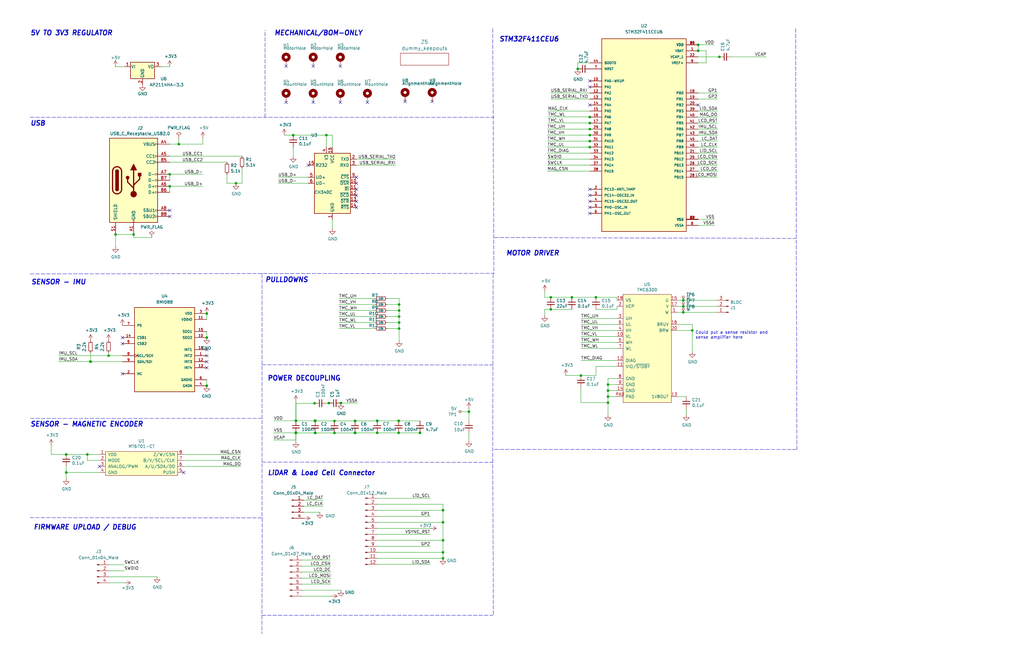
<source format=kicad_sch>
(kicad_sch (version 20211123) (generator eeschema)
  (paper "B")
  (title_block (title "SmartKnob View") (rev "${RELEASE_VERSION}") (company "Scott Bezek") (comment 2 "${COMMIT_DATE_LONG}") (comment 3 "${COMMIT_HASH}"))
  (junction (at 186.8142 220.4033))
  (junction (at 36.83 191.77))
  (junction (at 99.5261 77.3577))
  (junction (at 87.1988 142.4709))
  (junction (at 232.2531 125.4635))
  (junction (at 87.1988 162.7909))
  (junction (at 241.1431 125.4635))
  (junction (at 168.2911 138.6599))
  (junction (at 123.6561 57.0377))
  (junction (at 138.6729 170.1069))
  (junction (at 149.7282 177.6005))
  (junction (at 177.1131 182.6769))
  (junction (at 256.3831 167.3735))
  (junction (at 288.1331 129.2735))
  (junction (at 124.779 182.6805))
  (junction (at 168.2911 133.5799))
  (junction (at 159.0582 177.6005))
  (junction (at 232.2531 130.5435))
  (junction (at 294.422 21.44))
  (junction (at 124.8157 177.5414))
  (junction (at 149.7282 177.6301))
  (junction (at 251.3031 125.4635))
  (junction (at 168.0931 177.5709))
  (junction (at 132.8246 177.6301))
  (junction (at 27.94 191.77))
  (junction (at 248.702 51.9353))
  (junction (at 124.779 182.6214))
  (junction (at 243.622 29.0753))
  (junction (at 248.702 59.5553))
  (junction (at 149.7282 182.6805))
  (junction (at 56.3461 98.9477))
  (junction (at 71.5861 78.6277))
  (junction (at 132.8986 177.5414))
  (junction (at 248.702 54.4753))
  (junction (at 248.702 57.0153))
  (junction (at 291.9431 139.4335))
  (junction (at 294.422 18.9153))
  (junction (at 256.3831 169.9135))
  (junction (at 45.789 150.0909))
  (junction (at 303.3507 24.0069))
  (junction (at 248.702 49.3953))
  (junction (at 186.8142 228.0233))
  (junction (at 132.8986 177.6005))
  (junction (at 149.7282 182.7101))
  (junction (at 159.0582 182.6509))
  (junction (at 132.8986 182.7101))
  (junction (at 124.768 182.6214))
  (junction (at 168.2911 128.4999))
  (junction (at 256.3831 164.8335))
  (junction (at 248.702 62.0953))
  (junction (at 197.7415 173.7193))
  (junction (at 38.1793 152.6309))
  (junction (at 186.8142 233.1033))
  (junction (at 71.5861 73.5477))
  (junction (at 149.7282 182.6509))
  (junction (at 143.7529 170.1069))
  (junction (at 186.8142 235.6433))
  (junction (at 141.0403 182.7101))
  (junction (at 186.8142 215.3233))
  (junction (at 168.0931 177.5969))
  (junction (at 87.1988 132.3109))
  (junction (at 244.9531 158.4835))
  (junction (at 124.779 177.5414))
  (junction (at 132.6391 170.166))
  (junction (at 168.0931 182.6509))
  (junction (at 288.1331 131.8135))
  (junction (at 168.2911 131.0399))
  (junction (at 27.94 199.39))
  (junction (at 288.1331 126.7335))
  (junction (at 159.0582 177.5709))
  (junction (at 137.6261 57.0377))
  (junction (at 38.1793 152.5934))
  (junction (at 141.0403 177.6301))
  (junction (at 132.8246 177.5414))
  (junction (at 132.8986 182.6805))
  (junction (at 75.3961 60.8477))
  (junction (at 256.3831 162.2935))
  (junction (at 168.2911 136.1199))
  (junction (at 48.7261 98.9477))
  (no_connect (at 132.08 43.18))
  (no_connect (at 150.3261 77.3577))
  (no_connect (at 150.3261 74.8177))
  (no_connect (at 294.422 44.3153))
  (no_connect (at 132.08 27.94))
  (no_connect (at 248.702 79.8753))
  (no_connect (at 150.3261 87.5177))
  (no_connect (at 150.3261 84.9777))
  (no_connect (at 150.3261 79.8977))
  (no_connect (at 87.1988 155.1709))
  (no_connect (at 87.1988 150.0909))
  (no_connect (at 87.1988 147.5509))
  (no_connect (at 87.1988 152.6309))
  (no_connect (at 248.702 36.6953))
  (no_connect (at 248.702 44.3153))
  (no_connect (at 248.702 34.1553))
  (no_connect (at 120.65 27.94))
  (no_connect (at 130.0061 69.7377))
  (no_connect (at 71.5861 91.3277))
  (no_connect (at 51.6388 142.4709))
  (no_connect (at 51.6388 157.7109))
  (no_connect (at 51.6388 145.0109))
  (no_connect (at 77.47 199.39))
  (no_connect (at 120.65 43.18))
  (no_connect (at 170.8167 42.8412))
  (no_connect (at 154.94 43.18))
  (no_connect (at 143.51 43.18))
  (no_connect (at 248.702 84.9553))
  (no_connect (at 248.702 87.4953))
  (no_connect (at 248.702 90.0353))
  (no_connect (at 71.5861 88.7877))
  (no_connect (at 182.2467 42.8412))
  (no_connect (at 150.3261 82.4377))
  (no_connect (at 143.51 27.94))
  (no_connect (at 41.91 196.85))
  (no_connect (at 248.702 82.4153))
  (wire (pts (xy 87.1988 160.2509) (xy 87.1988 162.7909)))
  (wire (pts (xy 243.622 26.5353) (xy 243.622 29.0753)))
  (wire (pts (xy 51.6388 150.0909) (xy 45.789 150.0909)))
  (wire (pts (xy 229.7131 125.4635) (xy 232.2531 125.4635)))
  (wire (pts (xy 140.1661 62.1177) (xy 140.1661 57.0377)))
  (wire (pts (xy 159.143 228.0299) (xy 186.8142 228.0233)))
  (wire (pts (xy 71.5861 68.4677) (xy 95.7161 68.4677)))
  (polyline (pts (xy 335.5068 12.0778) (xy 336.0552 189.7032)))
  (wire (pts (xy 168.2911 125.9599) (xy 168.2911 128.4999)))
  (wire (pts (xy 168.2911 138.6599) (xy 168.2911 143.7399)))
  (wire (pts (xy 141.0403 177.6301) (xy 149.7282 177.6301)))
  (wire (pts (xy 294.422 59.5553) (xy 302.58 59.5553)))
  (wire (pts (xy 36.83 194.31) (xy 36.83 191.77)))
  (wire (pts (xy 149.7282 177.6005) (xy 159.0582 177.6005)))
  (wire (pts (xy 285.5931 139.4335) (xy 291.9431 139.4335)))
  (wire (pts (xy 260.1931 167.3735) (xy 256.3831 167.3735)))
  (wire (pts (xy 159.143 220.4099) (xy 186.8142 220.4033)))
  (wire (pts (xy 294.422 18.9153) (xy 301.07 18.9153)))
  (polyline (pts (xy 208.0161 259.386) (xy 207.8044 195.0932)))
  (wire (pts (xy 123.6561 62.1177) (xy 123.6561 65.9277)))
  (wire (pts (xy 138.6729 170.166) (xy 138.6729 170.1069)))
  (polyline (pts (xy 207.7745 12.0684) (xy 208.28 115.57)))
  (polyline (pts (xy 12.7 218.44) (xy 110.557 218.5412)))
  (wire (pts (xy 38.1793 152.6309) (xy 38.1793 152.5934)))
  (wire (pts (xy 294.422 95.1153) (xy 301.2838 95.1153)))
  (wire (pts (xy 308.4307 24.0069) (xy 323.1854 24.0069)))
  (wire (pts (xy 128.1434 211.0746) (xy 136.3014 211.0746)))
  (wire (pts (xy 56.3461 98.9477) (xy 56.3461 100.2177)))
  (wire (pts (xy 124.779 182.6805) (xy 124.779 182.6214)))
  (wire (pts (xy 294.422 92.5753) (xy 301.3133 92.5753)))
  (wire (pts (xy 260.1931 147.0535) (xy 244.9531 147.0535)))
  (wire (pts (xy 87.1988 132.3109) (xy 87.1988 134.8509)))
  (wire (pts (xy 71.5861 65.9277) (xy 102.0661 65.9277)))
  (wire (pts (xy 248.702 51.9353) (xy 248.702 51.8741)))
  (wire (pts (xy 186.8142 215.3233) (xy 186.8142 220.4033)))
  (wire (pts (xy 238.6031 158.4835) (xy 244.9531 158.4835)))
  (wire (pts (xy 285.5931 167.3735) (xy 289.4031 167.3735)))
  (wire (pts (xy 230.8246 54.4569) (xy 248.702 54.4569)))
  (wire (pts (xy 27.94 199.39) (xy 27.94 201.93)))
  (wire (pts (xy 232.2531 125.4635) (xy 241.1431 125.4635)))
  (wire (pts (xy 99.5261 77.3577) (xy 102.0661 77.3577)))
  (wire (pts (xy 288.1331 126.7335) (xy 302.1031 126.7335)))
  (wire (pts (xy 246.0777 64.6124) (xy 248.702 64.6353)))
  (wire (pts (xy 130.0061 74.8177) (xy 117.3061 74.8177)))
  (wire (pts (xy 77.47 194.31) (xy 101.6 194.31)))
  (wire (pts (xy 291.9431 139.4335) (xy 291.9431 148.3235)))
  (wire (pts (xy 186.8142 212.7833) (xy 186.8142 215.3233)))
  (wire (pts (xy 115.4317 177.5414) (xy 124.779 177.5414)))
  (wire (pts (xy 159.143 215.3299) (xy 186.8142 215.3233)))
  (wire (pts (xy 294.422 46.8553) (xy 302.5357 46.8553)))
  (wire (pts (xy 132.8246 177.6301) (xy 132.8246 177.5414)))
  (wire (pts (xy 248.702 39.2353) (xy 232.192 39.2353)))
  (wire (pts (xy 294.422 62.0953) (xy 302.58 62.0953)))
  (wire (pts (xy 260.1931 141.9735) (xy 244.9531 141.9735)))
  (wire (pts (xy 131.4571 246.493) (xy 127.3639 246.5038)))
  (wire (pts (xy 294.422 51.9353) (xy 302.5669 51.9353)))
  (wire (pts (xy 124.768 182.6214) (xy 124.768 185.7193)))
  (wire (pts (xy 256.3831 159.7535) (xy 260.1931 159.7535)))
  (wire (pts (xy 229.7131 130.5435) (xy 232.2531 130.5435)))
  (wire (pts (xy 294.422 39.2353) (xy 302.5357 39.2353)))
  (wire (pts (xy 230.8246 67.1753) (xy 248.702 67.1753)))
  (wire (pts (xy 140.1661 57.0377) (xy 137.6261 57.0377)))
  (wire (pts (xy 256.3831 164.8335) (xy 256.3831 162.2935)))
  (wire (pts (xy 143.7529 170.1069) (xy 150.7364 170.1069)))
  (wire (pts (xy 256.3831 167.3735) (xy 256.3831 164.8335)))
  (wire (pts (xy 141.0403 182.7101) (xy 149.7282 182.7101)))
  (wire (pts (xy 159.143 210.2499) (xy 181.391 210.2499)))
  (wire (pts (xy 230.8246 69.7153) (xy 248.702 69.7153)))
  (wire (pts (xy 197.7415 173.7193) (xy 197.7415 177.5293)))
  (wire (pts (xy 260.1931 134.3535) (xy 244.9531 134.3535)))
  (wire (pts (xy 294.422 21.44) (xy 294.422 21.4553)))
  (wire (pts (xy 159.0582 177.5709) (xy 168.0931 177.5709)))
  (wire (pts (xy 251.3031 158.4835) (xy 251.3031 154.6735)))
  (wire (pts (xy 168.2911 128.4999) (xy 168.2911 131.0399)))
  (wire (pts (xy 163.2111 131.0399) (xy 168.2911 131.0399)))
  (wire (pts (xy 128.1434 216.1546) (xy 134.8919 216.1546)))
  (wire (pts (xy 131.4571 243.9846) (xy 127.3639 243.9638)))
  (wire (pts (xy 248.702 26.5353) (xy 243.622 26.5353)))
  (wire (pts (xy 177.1131 177.5969) (xy 168.0931 177.5969)))
  (wire (pts (xy 124.8157 177.5414) (xy 132.8246 177.5414)))
  (wire (pts (xy 77.47 196.85) (xy 101.6 196.85)))
  (wire (pts (xy 124.779 169.5142) (xy 124.779 177.5414)))
  (wire (pts (xy 124.8157 177.5414) (xy 124.8157 170.2005)))
  (wire (pts (xy 297.7484 26.5353) (xy 297.7484 21.44)))
  (wire (pts (xy 115.3345 185.7193) (xy 124.768 185.7193)))
  (wire (pts (xy 168.2911 136.1199) (xy 168.2911 138.6599)))
  (wire (pts (xy 159.143 230.5699) (xy 181.391 230.5699)))
  (wire (pts (xy 251.3031 125.4635) (xy 241.1431 125.4635)))
  (wire (pts (xy 87.1988 139.9309) (xy 87.1988 142.4709)))
  (wire (pts (xy 158.1311 138.6599) (xy 142.8911 138.6599)))
  (wire (pts (xy 294.422 57.0153) (xy 302.58 57.0153)))
  (wire (pts (xy 186.8142 233.1033) (xy 186.8142 235.6433)))
  (wire (pts (xy 297.7484 21.44) (xy 294.422 21.44)))
  (wire (pts (xy 256.3831 169.9135) (xy 256.3831 167.3735)))
  (wire (pts (xy 132.8986 182.7101) (xy 132.8986 182.6805)))
  (wire (pts (xy 288.1331 131.8135) (xy 285.5931 131.8135)))
  (wire (pts (xy 132.6391 170.2005) (xy 132.6391 170.166)))
  (wire (pts (xy 132.8986 182.6805) (xy 124.779 182.6805)))
  (wire (pts (xy 294.422 26.5353) (xy 297.7484 26.5353)))
  (wire (pts (xy 71.5861 78.6277) (xy 85.5561 78.6277)))
  (wire (pts (xy 45.789 150.0909) (xy 24.7148 150.0909)))
  (wire (pts (xy 244.9531 163.5635) (xy 244.9531 169.9135)))
  (wire (pts (xy 95.7161 73.5477) (xy 95.7161 77.3577)))
  (wire (pts (xy 56.3461 98.9477) (xy 48.7261 98.9477)))
  (wire (pts (xy 260.1931 162.2935) (xy 256.3831 162.2935)))
  (wire (pts (xy 229.7131 122.9235) (xy 229.7131 125.4635)))
  (polyline (pts (xy 110.49 176.53) (xy 12.7 176.53)))
  (wire (pts (xy 158.1311 133.5799) (xy 142.8911 133.5799)))
  (wire (pts (xy 159.143 212.7899) (xy 186.8142 212.7833)))
  (wire (pts (xy 127.3639 249.0438) (xy 143.7863 249.0438)))
  (wire (pts (xy 168.2911 128.4999) (xy 163.2111 128.4999)))
  (wire (pts (xy 246.0777 64.6124) (xy 230.8377 64.6124)))
  (wire (pts (xy 141.0403 177.6301) (xy 132.8246 177.6301)))
  (wire (pts (xy 285.5931 136.8935) (xy 291.9431 136.8935)))
  (wire (pts (xy 244.9531 169.9135) (xy 256.3831 169.9135)))
  (wire (pts (xy 260.1931 125.4635) (xy 251.3031 125.4635)))
  (wire (pts (xy 248.702 54.4569) (xy 248.702 54.4753)))
  (wire (pts (xy 256.3831 162.2935) (xy 256.3831 159.7535)))
  (wire (pts (xy 288.1331 125.4635) (xy 288.1331 126.7335)))
  (wire (pts (xy 230.8246 62.0769) (xy 248.702 62.0769)))
  (polyline (pts (xy 12.7 115.57) (xy 208.1611 115.3504)))
  (wire (pts (xy 163.2111 136.1199) (xy 168.2911 136.1199)))
  (wire (pts (xy 186.8142 228.0233) (xy 186.8142 233.1033)))
  (wire (pts (xy 41.91 194.31) (xy 36.83 194.31)))
  (wire (pts (xy 168.2911 131.0399) (xy 168.2911 133.5799)))
  (wire (pts (xy 48.7261 98.9477) (xy 48.7261 104.0277)))
  (wire (pts (xy 289.4031 172.4535) (xy 289.4031 174.9935)))
  (wire (pts (xy 248.702 59.5369) (xy 248.702 59.5553)))
  (wire (pts (xy 139.4921 236.3438) (xy 127.3639 236.3438)))
  (wire (pts (xy 294.422 23.9953) (xy 303.3507 23.9953)))
  (polyline (pts (xy 12.7 49.53) (xy 208.3084 49.5266)))
  (wire (pts (xy 260.1931 130.5435) (xy 260.1931 129.2735)))
  (wire (pts (xy 38.1793 152.5934) (xy 38.1793 148.8441)))
  (wire (pts (xy 124.768 182.6214) (xy 124.779 182.6214)))
  (wire (pts (xy 256.3831 164.8335) (xy 260.1931 164.8335)))
  (wire (pts (xy 231.0461 46.8553) (xy 248.702 46.8553)))
  (wire (pts (xy 260.1931 126.7335) (xy 260.1931 125.4635)))
  (wire (pts (xy 260.1931 154.6735) (xy 251.3031 154.6735)))
  (wire (pts (xy 140.1661 96.4077) (xy 140.1661 92.5977)))
  (wire (pts (xy 288.1331 128.0035) (xy 288.1331 129.2735)))
  (wire (pts (xy 56.3461 100.2177) (xy 63.9661 100.2177)))
  (wire (pts (xy 124.8157 170.2005) (xy 132.6391 170.2005)))
  (wire (pts (xy 248.702 49.3341) (xy 248.702 49.3953)))
  (wire (pts (xy 285.5931 129.2735) (xy 288.1331 129.2735)))
  (wire (pts (xy 294.422 74.7953) (xy 302.5357 74.7953)))
  (wire (pts (xy 137.7191 170.166) (xy 138.6729 170.166)))
  (wire (pts (xy 141.0403 182.7101) (xy 132.8986 182.7101)))
  (wire (pts (xy 137.6261 57.0377) (xy 137.6261 62.1177)))
  (wire (pts (xy 159.143 217.8699) (xy 181.391 217.8699)))
  (wire (pts (xy 197.7415 186.0482) (xy 197.7415 182.6093)))
  (wire (pts (xy 139.4921 241.4238) (xy 127.3639 241.4238)))
  (wire (pts (xy 117.3061 77.3577) (xy 130.0061 77.3577)))
  (wire (pts (xy 294.422 41.7753) (xy 302.5357 41.7753)))
  (wire (pts (xy 27.94 199.39) (xy 41.91 199.39)))
  (wire (pts (xy 159.0582 182.6509) (xy 149.7282 182.6509)))
  (polyline (pts (xy 110.404 259.633) (xy 207.8236 259.6682)))
  (wire (pts (xy 285.5931 126.7335) (xy 288.1331 126.7335)))
  (wire (pts (xy 294.422 69.7153) (xy 302.5357 69.7153)))
  (wire (pts (xy 260.1931 144.5135) (xy 244.9531 144.5135)))
  (wire (pts (xy 303.3507 23.9953) (xy 303.3507 24.0069)))
  (wire (pts (xy 71.5861 78.6277) (xy 71.5861 81.1677)))
  (wire (pts (xy 260.1931 152.1335) (xy 244.9531 152.1335)))
  (polyline (pts (xy 110.49 195.013) (xy 207.8044 195.0932)))
  (wire (pts (xy 158.1311 125.9599) (xy 142.8911 125.9599)))
  (wire (pts (xy 294.422 49.3953) (xy 302.5357 49.3953)))
  (wire (pts (xy 159.143 225.4899) (xy 181.391 225.4899)))
  (wire (pts (xy 123.6561 57.0377) (xy 137.6261 57.0377)))
  (wire (pts (xy 159.143 222.9499) (xy 181.391 222.9499)))
  (polyline (pts (xy 208.5022 100.2418) (xy 335.5737 100.6163)))
  (wire (pts (xy 291.9431 136.8935) (xy 291.9431 139.4335)))
  (wire (pts (xy 95.7161 77.3577) (xy 99.5261 77.3577)))
  (wire (pts (xy 248.702 41.7753) (xy 232.192 41.7753)))
  (wire (pts (xy 45.789 150.0909) (xy 45.789 148.7966)))
  (wire (pts (xy 159.143 233.1099) (xy 186.8142 233.1033)))
  (wire (pts (xy 229.7131 130.5435) (xy 229.7131 133.0835)))
  (wire (pts (xy 231.0461 49.3341) (xy 248.702 49.3341)))
  (wire (pts (xy 124.779 186.3198) (xy 124.779 182.6805)))
  (wire (pts (xy 51.6388 152.6309) (xy 38.1793 152.6309)))
  (wire (pts (xy 230.8246 59.5369) (xy 248.702 59.5369)))
  (wire (pts (xy 149.7282 177.6301) (xy 149.7282 177.6005)))
  (wire (pts (xy 127.3639 251.5838) (xy 139.6335 251.5838)))
  (wire (pts (xy 159.143 235.6499) (xy 186.8142 235.6433)))
  (polyline (pts (xy 208.5022 189.6497) (xy 335.8144 189.7032)))
  (wire (pts (xy 75.3961 60.8477) (xy 85.5561 60.8477)))
  (wire (pts (xy 46.0328 243.3975) (xy 66.2368 243.3975)))
  (wire (pts (xy 115.3943 182.6214) (xy 124.768 182.6214)))
  (wire (pts (xy 71.5861 73.5477) (xy 85.5561 73.5477)))
  (wire (pts (xy 149.7282 182.7101) (xy 149.7282 182.6805)))
  (wire (pts (xy 24.6791 152.5934) (xy 38.1793 152.5934)))
  (wire (pts (xy 197.7415 172.4493) (xy 197.7415 173.7193)))
  (wire (pts (xy 168.0931 177.5969) (xy 168.0931 177.5709)))
  (wire (pts (xy 67.734 28.1484) (xy 71.544 28.1484)))
  (wire (pts (xy 46.0328 238.3175) (xy 52.3759 238.3175)))
  (wire (pts (xy 27.94 191.77) (xy 21.59 191.77)))
  (polyline (pts (xy 110.49 153.9079) (xy 207.8044 153.9881)))
  (wire (pts (xy 158.1311 128.4999) (xy 142.8911 128.4999)))
  (wire (pts (xy 127.3639 238.902) (xy 127.3639 238.8838)))
  (wire (pts (xy 124.779 177.5414) (xy 124.8157 177.5414)))
  (wire (pts (xy 231.0461 51.8741) (xy 248.702 51.8741)))
  (wire (pts (xy 158.1311 136.1199) (xy 142.8911 136.1199)))
  (wire (pts (xy 149.7282 182.6509) (xy 149.7282 182.6805)))
  (wire (pts (xy 294.422 18.9153) (xy 294.422 21.44)))
  (wire (pts (xy 244.9531 158.4835) (xy 251.3031 158.4835)))
  (wire (pts (xy 36.83 191.77) (xy 41.91 191.77)))
  (wire (pts (xy 260.1931 136.8935) (xy 244.9531 136.8935)))
  (polyline (pts (xy 110.557 218.5412) (xy 110.4505 267.4062)))
  (wire (pts (xy 294.422 54.4753) (xy 302.5357 54.4753)))
  (wire (pts (xy 241.1431 130.5435) (xy 232.2531 130.5435)))
  (wire (pts (xy 230.8246 72.2553) (xy 248.702 72.2553)))
  (wire (pts (xy 71.5861 60.8477) (xy 75.3961 60.8477)))
  (wire (pts (xy 131.4571 243.9846) (xy 139.5708 243.9846)))
  (wire (pts (xy 248.702 56.9969) (xy 248.702 57.0153)))
  (wire (pts (xy 163.2111 133.5799) (xy 168.2911 133.5799)))
  (wire (pts (xy 75.3961 58.3077) (xy 75.3961 60.8477)))
  (wire (pts (xy 128.1434 213.6146) (xy 136.3014 213.6146)))
  (polyline (pts (xy 111.76 49.53) (xy 111.76 12.7)))
  (wire (pts (xy 71.5861 73.5477) (xy 71.5861 76.0877)))
  (wire (pts (xy 132.8246 177.5414) (xy 132.8986 177.5414)))
  (wire (pts (xy 163.2111 138.6599) (xy 168.2911 138.6599)))
  (wire (pts (xy 27.94 196.85) (xy 27.94 199.39)))
  (polyline (pts (xy 110.49 115.57) (xy 110.49 218.44)))
  (wire (pts (xy 256.3831 174.9935) (xy 256.3831 169.9135)))
  (wire (pts (xy 48.684 28.1484) (xy 52.494 28.1484)))
  (wire (pts (xy 85.5561 58.3077) (xy 85.5561 60.8477)))
  (wire (pts (xy 248.702 62.0769) (xy 248.702 62.0953)))
  (wire (pts (xy 159.0582 177.5709) (xy 159.0582 177.6005)))
  (wire (pts (xy 132.8986 177.5414) (xy 132.8986 177.6005)))
  (wire (pts (xy 288.1331 131.8135) (xy 302.1031 131.8135)))
  (wire (pts (xy 186.8142 220.4033) (xy 186.8142 228.0233)))
  (wire (pts (xy 36.83 191.77) (xy 27.94 191.77)))
  (wire (pts (xy 163.2111 125.9599) (xy 168.2911 125.9599)))
  (wire (pts (xy 131.4571 246.493) (xy 139.5708 246.493)))
  (wire (pts (xy 294.422 67.1753) (xy 302.5357 67.1753)))
  (wire (pts (xy 193.9315 173.7193) (xy 197.7415 173.7193)))
  (wire (pts (xy 177.1131 182.6509) (xy 177.1131 182.6769)))
  (wire (pts (xy 46.0328 245.9375) (xy 52.457 245.9375)))
  (wire (pts (xy 288.1331 129.2735) (xy 302.1031 129.2735)))
  (wire (pts (xy 230.8246 56.9969) (xy 248.702 56.9969)))
  (wire (pts (xy 159.0582 182.6509) (xy 168.0931 182.6509)))
  (wire (pts (xy 119.8461 57.0377) (xy 123.6561 57.0377)))
  (wire (pts (xy 102.0661 77.3577) (xy 102.0661 71.0077)))
  (wire (pts (xy 150.3261 67.1977) (xy 166.8361 67.1977)))
  (wire (pts (xy 46.0328 240.8575) (xy 52.4165 240.8575)))
  (wire (pts (xy 260.1931 139.4335) (xy 244.9531 139.4335)))
  (wire (pts (xy 251.3031 130.5435) (xy 260.1931 130.5435)))
  (wire (pts (xy 294.422 72.2553) (xy 302.5357 72.2553)))
  (wire (pts (xy 127.3639 238.902) (xy 139.445 238.902)))
  (wire (pts (xy 21.59 191.77) (xy 21.59 187.96)))
  (polyline (pts (xy 207.8044 195.0932) (xy 207.9206 115.6254)))
  (wire (pts (xy 168.0931 182.6509) (xy 177.1131 182.6509)))
  (wire (pts (xy 158.1311 131.0399) (xy 142.8911 131.0399)))
  (wire (pts (xy 168.2911 133.5799) (xy 168.2911 136.1199)))
  (wire (pts (xy 159.143 238.1899) (xy 181.3627 238.1899)))
  (wire (pts (xy 150.3261 69.7377) (xy 166.8361 69.7377)))
  (wire (pts (xy 288.1331 130.5435) (xy 288.1331 131.8135)))
  (wire (pts (xy 77.47 191.77) (xy 101.6 191.77)))
  (wire (pts (xy 294.422 64.6353) (xy 302.5357 64.6353)))
  (text "5V TO 3V3 REGULATOR" (at 12.7 15.24 0) (effects (font (size 2.0066 2.0066) (thickness 0.4013) bold italic) (justify left bottom)))
  (text "Could put a sense resistor and\nsense amplifier here" (at 293.2131 143.2435 0) (effects (font (size 1.27 1.27)) (justify left bottom)))
  (text "STM32F411CEU6\n" (at 210.4274 17.8523 0) (effects (font (size 2.0066 2.0066) (thickness 0.4013) bold italic) (justify left bottom)))
  (text "SENSOR - MAGNETIC ENCODER" (at 12.7 180.34 0) (effects (font (size 2.0066 2.0066) (thickness 0.4013) bold italic) (justify left bottom)))
  (text "MOTOR DRIVER" (at 213.3133 108.1472 0) (effects (font (size 2.0066 2.0066) (thickness 0.4013) bold italic) (justify left bottom)))
  (text "MECHANICAL/BOM-ONLY" (at 115.57 15.24 0) (effects (font (size 2.0066 2.0066) (thickness 0.4013) bold italic) (justify left bottom)))
  (text "POWER DECOUPLING" (at 112.7591 160.9331 0) (effects (font (size 2.0066 2.0066) (thickness 0.4013) bold) (justify left bottom)))
  (text "LiDAR & Load Cell Connector\n" (at 112.7953 200.8819 0) (effects (font (size 2.0066 2.0066) (thickness 0.4013) bold italic) (justify left bottom)))
  (text "USB" (at 12.7 53.34 0) (effects (font (size 2.0066 2.0066) (thickness 0.4013) bold italic) (justify left bottom)))
  (text "SENSOR - IMU" (at 13.0774 120.3433 0) (effects (font (size 2.0066 2.0066) (thickness 0.4013) bold italic) (justify left bottom)))
  (text "PULLDOWNS" (at 111.76 119.38 0) (effects (font (size 2.0066 2.0066) (thickness 0.4013) bold italic) (justify left bottom)))
  (text "FIRMWARE UPLOAD / DEBUG" (at 14.0623 223.8131 0) (effects (font (size 2.0066 2.0066) (thickness 0.4013) bold italic) (justify left bottom)))
  (label "SWDIO" (at 52.4165 240.8575 0))
  (label "MAG_CSN" (at 101.6 191.77 180))
  (label "TMC_VL" (at 142.8911 138.6599 0))
  (label "LCD_MOSI" (at 139.5708 243.9846 180))
  (label "VSYNC_RST" (at 181.391 225.4899 180))
  (label "LiD_SCL" (at 302.5357 64.6353 180))
  (label "TMC_WH" (at 230.8246 59.5369 0))
  (label "GP1" (at 302.5357 39.2353 180))
  (label "LCD_DC" (at 302.5357 72.2553 180))
  (label "LCD_CSN" (at 139.445 238.902 180))
  (label "GP2" (at 181.391 230.5699 180))
  (label "LiD_SCL" (at 181.391 210.2499 180))
  (label "VDD" (at 115.4317 177.5414 0))
  (label "TMC_UL" (at 244.9531 136.8935 0))
  (label "VSS" (at 115.3943 182.6214 0))
  (label "IMU_SCL" (at 24.7148 150.0909 0))
  (label "LiD_SDA" (at 181.3627 238.1899 180))
  (label "LC_CLK" (at 136.3014 213.6146 180))
  (label "GP2" (at 302.5357 41.7753 180))
  (label "IMU_SDA" (at 302.58 57.0153 180))
  (label "LCD_SCK" (at 139.5708 246.493 180))
  (label "TMC_DIAG" (at 244.9531 152.1335 0))
  (label "VDD" (at 301.07 18.9153 180))
  (label "TMC_VL" (at 231.0461 51.8741 0))
  (label "MAG_CLK" (at 231.0461 46.8553 0))
  (label "VSS" (at 301.3133 92.5753 180))
  (label "USB_CC2" (at 85.5561 68.4677 180))
  (label "IMU_SCL" (at 302.5357 54.4753 180))
  (label "USB_D-" (at 85.5561 73.5477 180))
  (label "LCD_RST" (at 139.4921 236.3438 180))
  (label "TMC_VH" (at 142.8911 128.4999 0))
  (label "USB_D+" (at 117.3061 74.8177 0))
  (label "USB_SERIAL_TXO" (at 166.8361 67.1977 180))
  (label "GP1" (at 181.391 217.8699 180))
  (label "SWCLK" (at 230.8246 69.7153 0))
  (label "TMC_UH" (at 230.8246 54.4569 0))
  (label "TMC_UL" (at 142.8911 133.5799 0))
  (label "VCAP" (at 115.3345 185.7193 0))
  (label "TMC_UH" (at 244.9531 134.3535 0))
  (label "TMC_VL" (at 244.9531 141.9735 0))
  (label "LCD_DC" (at 139.4921 241.4238 180))
  (label "SWCLK" (at 52.3759 238.3175 0))
  (label "LC_DAT" (at 136.3014 211.0746 180))
  (label "USB_D+" (at 85.5561 78.6277 180))
  (label "MAG_DO" (at 101.6 196.85 180))
  (label "USB_CC1" (at 85.5561 65.9277 180))
  (label "TMC_VH" (at 230.8246 56.9969 0))
  (label "TMC_WH" (at 244.9531 144.5135 0))
  (label "TMC_WL" (at 142.8911 136.1199 0))
  (label "VCAP" (at 323.1854 24.0069 180))
  (label "MAG_DO" (at 302.5357 49.3953 180))
  (label "LiD_SDA" (at 302.5357 46.8553 180))
  (label "USB_SERIAL_RXI" (at 166.8361 69.7377 180))
  (label "MAG_CSN" (at 230.8246 72.2553 0))
  (label "TMC_UH" (at 142.8911 125.9599 0))
  (label "TMC_WL" (at 244.9531 147.0535 0))
  (label "TMC_WL" (at 231.0461 49.3341 0))
  (label "VSSA" (at 150.7364 170.1069 180))
  (label "LCD_RST" (at 302.5669 51.9353 180))
  (label "LC_DAT" (at 302.58 59.5553 180))
  (label "LCD_SCK" (at 302.5357 69.7153 180))
  (label "TMC_DIAG" (at 230.8377 64.6124 0))
  (label "TMC_WH" (at 142.8911 131.0399 0))
  (label "LC_CLK" (at 302.58 62.0953 180))
  (label "TMC_VH" (at 244.9531 139.4335 0))
  (label "LCD_CSN" (at 302.5357 67.1753 180))
  (label "USB_SERIAL_RXI" (at 232.192 39.2353 0))
  (label "SWDIO" (at 230.8246 67.1753 0))
  (label "LCD_MOSI" (at 302.5357 74.7953 180))
  (label "MAG_CLK" (at 101.6 194.31 180))
  (label "USB_D-" (at 117.3061 77.3577 0))
  (label "TMC_UL" (at 230.8246 62.0769 0))
  (label "USB_SERIAL_TXO" (at 232.192 41.7753 0))
  (label "VSSA" (at 301.2838 95.1153 180))
  (label "IMU_SDA" (at 24.6791 152.5934 0))
  (symbol (lib_id "MagnTek:MT6701-CT") (at 58.42 195.58 0) (unit 1)
    (property "Reference" "U1" (at 59.69 186.055 0))
    (property "Value" "MT6701-CT" (at 59.69 188.3664 0))
    (property "Footprint" "Package_SO:SOIC-8_3.9x4.9mm_P1.27mm" (effects hide))
    (property "LCSC" "C2856764, or C3003196" (effects hide))
    (property "Digikey" "N/A" (effects hide))
    (property "Mouser" "N/A" (effects hide))
  )
  (symbol (lib_id "Connector:Conn_01x03_Male") (at 307.1831 129.2735 180) (unit 1)
    (property "Reference" "J1" (at 307.8943 129.8831 0) (effects (justify right)))
    (property "Value" "BLDC" (at 307.8943 127.5717 0) (effects (justify right)))
    (property "Footprint" "Molex:532610371" (effects hide))
    (property "LCSC" "C293630" (effects hide))
    (property "Digikey" "WM7621CT-ND" (effects hide))
    (property "Mouser" "538-53261-0371" (effects hide))
  )
  (symbol (lib_id "Mechanical:MountingHole_Pad") (at 120.65 25.4 0) (unit 1)
    (property "Reference" "H1" (at 119.38 19.05 0) (effects (justify left)))
    (property "Value" "MotorHole" (at 119.38 20.32 0) (effects (justify left)))
    (property "Footprint" "Holes:MountingHole_M1.6" (effects hide))
    (property "Note" "Screw: M1.6x10 (countersunk), or M1.6x9 (pan/round). LCSC min qty 50 (but still very cheap)" (effects hide))
    (property "LCSC" "C2931389" (effects hide))
  )
  (symbol (lib_id "Mechanical:MountingHole_Pad") (at 132.08 25.4 0) (unit 1)
    (property "Reference" "H2" (at 130.81 19.05 0) (effects (justify left)))
    (property "Value" "MotorHole" (at 130.81 20.32 0) (effects (justify left)))
    (property "Footprint" "Holes:MountingHole_M1.6" (effects hide))
    (property "Note" "Screw: M1.6x10 (countersunk), or M1.6x9 (pan/round). LCSC min qty 50 (but still very cheap)" (effects hide))
    (property "LCSC" "C2931389" (effects hide))
  )
  (symbol (lib_id "Mechanical:MountingHole_Pad") (at 143.51 25.4 0) (unit 1)
    (property "Reference" "H3" (at 142.24 19.05 0) (effects (justify left)))
    (property "Value" "MotorHole" (at 142.24 20.32 0) (effects (justify left)))
    (property "Footprint" "Holes:MountingHole_M1.6" (effects hide))
    (property "Note" "Screw: M1.6x10 (countersunk), or M1.6x9 (pan/round). LCSC min qty 50 (but still very cheap)" (effects hide))
    (property "LCSC" "C2931389" (effects hide))
  )
  (symbol (lib_id "Mechanical:MountingHole_Pad") (at 120.65 40.64 0) (unit 1)
    (property "Reference" "H4" (at 119.38 34.29 0) (effects (justify left)))
    (property "Value" "MountHole" (at 119.38 35.56 0) (effects (justify left)))
    (property "Footprint" "Holes:MountingHole_2.2mm_M2_ISO7380_Pad_NonVirtual" (effects hide))
    (property "Note" "Screw: M2x5 (pan/round); Nut: M2 hex. LCSC min qty 50 (but still very cheap)" (effects hide))
    (property "LCSC" "C2911210 or C2911532 (screw), C2961595 (nut)" (effects hide))
  )
  (symbol (lib_id "Mechanical:MountingHole_Pad") (at 132.08 40.64 0) (unit 1)
    (property "Reference" "H5" (at 130.81 34.29 0) (effects (justify left)))
    (property "Value" "MountHole" (at 130.81 35.56 0) (effects (justify left)))
    (property "Footprint" "Holes:MountingHole_2.2mm_M2_ISO7380_Pad_NonVirtual" (effects hide))
    (property "Note" "Screw: M2x5 (pan/round); Nut: M2 hex. LCSC min qty 50 (but still very cheap)" (effects hide))
    (property "LCSC" "C2911210 or C2911532 (screw), C2961595 (nut)" (effects hide))
  )
  (symbol (lib_id "Mechanical:MountingHole_Pad") (at 143.51 40.64 0) (unit 1)
    (property "Reference" "H6" (at 142.24 34.29 0) (effects (justify left)))
    (property "Value" "MountHole" (at 142.24 35.56 0) (effects (justify left)))
    (property "Footprint" "Holes:MountingHole_2.2mm_M2_ISO7380_Pad_NonVirtual" (effects hide))
    (property "Note" "Screw: M2x5 (pan/round); Nut: M2 hex. LCSC min qty 50 (but still very cheap)" (effects hide))
    (property "LCSC" "C2911210 or C2911532 (screw), C2961595 (nut)" (effects hide))
  )
  (symbol (lib_id "Mechanical:MountingHole_Pad") (at 154.94 40.64 0) (unit 1)
    (property "Reference" "H7" (at 153.67 34.29 0) (effects (justify left)))
    (property "Value" "MountHole" (at 153.67 35.56 0) (effects (justify left)))
    (property "Footprint" "Holes:MountingHole_2.2mm_M2_ISO7380_Pad_NonVirtual" (effects hide))
    (property "Note" "Screw: M2x5 (pan/round); Nut: M2 hex. LCSC min qty 50 (but still very cheap)" (effects hide))
    (property "LCSC" "C2911210 or C2911532 (screw), C2961595 (nut)" (effects hide))
  )
  (symbol (lib_id "Connector:USB_C_Receptacle_USB2.0") (at 56.3461 76.0877 0) (unit 1)
    (property "Reference" "J2" (at 59.0639 54.0659 0))
    (property "Value" "USB_C_Receptacle_USB2.0" (at 59.0639 56.3773 0))
    (property "Footprint" "GCT_USB:USB4510_NoPaste" (effects hide))
    (property "Datasheet" "https://www.usb.org/sites/default/files/documents/usb_type-c.zip" (effects hide))
    (property "LCSC" "C428463" (effects hide))
    (property "Mouser" "640-USB4510031A" (effects hide))
    (property "Digikey" "USB4510-03-1-A" (effects hide))
  )
  (symbol (lib_id "power:GND") (at 48.7261 104.0277 0) (unit 1)
    (property "Reference" "#PWR0103" (effects hide))
    (property "Value" "GND" (at 48.8531 108.4219 0))
  )
  (symbol (lib_id "Device:R_Small") (at 102.0661 68.4677 0) (unit 1)
    (property "Reference" "R1" (at 103.5647 67.2993 0) (effects (justify left)))
    (property "Value" "5.1k" (at 103.5647 69.6107 0) (effects (justify left)))
    (property "Footprint" "Resistor_SMD:R_0603_1608Metric" (effects hide))
    (property "LCSC" "C105580" (effects hide))
    (property "Digikey" "RMCF0603JT5K10CT-ND" (effects hide))
    (property "Mouser" "652-CR0603FX-5101ELF" (effects hide))
  )
  (symbol (lib_id "Device:R_Small") (at 95.7161 71.0077 0) (unit 1)
    (property "Reference" "R2" (at 97.2147 69.8393 0) (effects (justify left)))
    (property "Value" "5.1k" (at 97.2147 72.1507 0) (effects (justify left)))
    (property "Footprint" "Resistor_SMD:R_0603_1608Metric" (effects hide))
    (property "LCSC" "C105580" (effects hide))
    (property "Digikey" "RMCF0603JT5K10CT-ND" (effects hide))
    (property "Mouser" "652-CR0603FX-5101ELF" (effects hide))
  )
  (symbol (lib_id "power:GND") (at 99.5261 77.3577 0) (unit 1)
    (property "Reference" "#PWR0104" (effects hide))
    (property "Value" "GND" (at 99.6531 81.7519 0))
  )
  (symbol (lib_id "Interface_USB:CH340C") (at 140.1661 77.3577 0) (unit 1)
    (property "Reference" "U3" (at 132.5461 57.0377 0))
    (property "Value" "CH340C" (at 136.3561 81.1677 0))
    (property "Footprint" "Package_SO:SOIC-16_3.9x9.9mm_P1.27mm" (effects hide))
    (property "Datasheet" "https://datasheet.lcsc.com/szlcsc/Jiangsu-Qin-Heng-CH340C_C84681.pdf" (effects hide))
    (property "LCSC" "C84681" (effects hide))
    (property "Digikey" "N/A" (effects hide))
    (property "Mouser" "N/A" (effects hide))
  )
  (symbol (lib_id "Trinamic:TMC6300") (at 272.8931 147.0535 0) (unit 1)
    (property "Reference" "U5" (at 272.8931 120.0025 0))
    (property "Value" "TMC6300" (at 272.8931 122.3139 0))
    (property "Footprint" "Modified:QFN-20-1EP_3x3mm_P0.4mm_EP1.65x1.65mm_ThermalVias_LargerViaHoles" (effects hide))
    (property "Digikey" "TMC6300-LA-T" (effects hide))
    (property "Mouser" "700-TMC6300-LA" (effects hide))
    (property "LCSC" "N/A" (effects hide))
  )
  (symbol (lib_id "no_pin:no_pin") (at 179.0335 24.9849 0) (unit 1)
    (property "Reference" "Z5" (at 179.0335 17.6951 0) (effects (font (size 1.524 1.524))))
    (property "Value" "dummy_keepouts" (at 179.0335 20.3875 0) (effects (font (size 1.524 1.524))))
    (property "Footprint" "view_custom:ViewKeepouts3d" (effects hide))
  )
  (symbol (lib_id "Device:C_Small") (at 27.94 194.31 0) (unit 1)
    (property "Reference" "C20" (at 30.2768 193.1416 0) (effects (justify left)))
    (property "Value" "0.1uF" (at 30.2768 195.453 0) (effects (justify left)))
    (property "Footprint" "Capacitor_SMD:C_0603_1608Metric" (effects hide))
    (property "LCSC" "C1591" (effects hide))
    (property "Digikey" "1276-1935-1-ND" (effects hide))
    (property "Mouser" "187-CL10B104KB8NNWC" (effects hide))
  )
  (symbol (lib_id "Device:C_Small") (at 251.3031 128.0035 0) (unit 1)
    (property "Reference" "C15" (at 253.6399 126.8351 0) (effects (justify left)))
    (property "Value" "0.1uF" (at 253.6399 129.1465 0) (effects (justify left)))
    (property "Footprint" "Capacitor_SMD:C_0603_1608Metric" (effects hide))
    (property "LCSC" "C1591" (effects hide))
    (property "Digikey" "1276-1935-1-ND" (effects hide))
    (property "Mouser" "187-CL10B104KB8NNWC" (effects hide))
  )
  (symbol (lib_id "Device:C_Small") (at 241.1431 128.0035 0) (unit 1)
    (property "Reference" "C14" (at 243.4799 126.8351 0) (effects (justify left)))
    (property "Value" "0.1uF" (at 243.4799 129.1465 0) (effects (justify left)))
    (property "Footprint" "Capacitor_SMD:C_0603_1608Metric" (effects hide))
    (property "LCSC" "C1591" (effects hide))
    (property "Digikey" "1276-1935-1-ND" (effects hide))
    (property "Mouser" "187-CL10B104KB8NNWC" (effects hide))
  )
  (symbol (lib_id "Device:C_Small") (at 232.2531 128.0035 0) (unit 1)
    (property "Reference" "C13" (at 234.5899 126.8351 0) (effects (justify left)))
    (property "Value" "22uF" (at 234.5899 129.1465 0) (effects (justify left)))
    (property "Footprint" "Capacitor_SMD:C_0805_2012Metric" (effects hide))
    (property "LCSC" "C98190" (effects hide))
    (property "Digikey" "1276-CL21A226MAYNNNECT-ND" (effects hide))
    (property "Mouser" "187-CL21A226MAYNNNE" (effects hide))
  )
  (symbol (lib_id "Device:C_Small") (at 289.4031 169.9135 0) (unit 1)
    (property "Reference" "C21" (at 291.7399 168.7451 0) (effects (justify left)))
    (property "Value" "0.1uF" (at 291.7399 171.0565 0) (effects (justify left)))
    (property "Footprint" "Capacitor_SMD:C_0603_1608Metric" (effects hide))
    (property "LCSC" "C1591" (effects hide))
    (property "Digikey" "1276-1935-1-ND" (effects hide))
    (property "Mouser" "187-CL10B104KB8NNWC" (effects hide))
  )
  (symbol (lib_id "Device:C_Small") (at 244.9531 161.0235 0) (unit 1)
    (property "Reference" "C17" (at 247.2899 159.8551 0) (effects (justify left)))
    (property "Value" "0.1uF" (at 247.2899 162.1665 0) (effects (justify left)))
    (property "Footprint" "Capacitor_SMD:C_0603_1608Metric" (effects hide))
    (property "LCSC" "C1591" (effects hide))
    (property "Digikey" "1276-1935-1-ND" (effects hide))
    (property "Mouser" "187-CL10B104KB8NNWC" (effects hide))
  )
  (symbol (lib_id "power:GND") (at 289.4031 174.9935 0) (unit 1)
    (property "Reference" "#PWR0107" (effects hide))
    (property "Value" "GND" (at 289.5301 179.3877 0))
  )
  (symbol (lib_id "power:GND") (at 256.3831 174.9935 0) (unit 1)
    (property "Reference" "#PWR0108" (effects hide))
    (property "Value" "GND" (at 256.5101 179.3877 0))
  )
  (symbol (lib_id "power:+3.3V") (at 238.6031 158.4835 0) (unit 1)
    (property "Reference" "#PWR0109" (effects hide))
    (property "Value" "+3.3V" (at 238.9841 154.0893 0))
  )
  (symbol (lib_id "power:GND") (at 291.9431 148.3235 0) (unit 1)
    (property "Reference" "#PWR0110" (effects hide))
    (property "Value" "GND" (at 292.0701 152.7177 0))
  )
  (symbol (lib_id "power:GND") (at 140.1661 96.4077 0) (unit 1)
    (property "Reference" "#PWR0111" (effects hide))
    (property "Value" "GND" (at 140.2931 100.8019 0))
  )
  (symbol (lib_id "power:+3.3V") (at 119.8461 57.0377 0) (unit 1)
    (property "Reference" "#PWR0112" (effects hide))
    (property "Value" "+3.3V" (at 120.2271 52.6435 0))
  )
  (symbol (lib_id "Device:C_Small") (at 123.6561 59.5777 0) (unit 1)
    (property "Reference" "C11" (at 125.9929 58.4093 0) (effects (justify left)))
    (property "Value" "0.1uF" (at 125.9929 60.7207 0) (effects (justify left)))
    (property "Footprint" "Capacitor_SMD:C_0603_1608Metric" (effects hide))
    (property "LCSC" "C1591" (effects hide))
    (property "Digikey" "1276-1935-1-ND" (effects hide))
    (property "Mouser" "187-CL10B104KB8NNWC" (effects hide))
  )
  (symbol (lib_id "power:GND") (at 123.6561 65.9277 0) (unit 1)
    (property "Reference" "#PWR0113" (effects hide))
    (property "Value" "GND" (at 123.7831 70.3219 0))
  )
  (symbol (lib_id "power:+3.3V") (at 21.59 187.96 0) (unit 1)
    (property "Reference" "#PWR0114" (effects hide))
    (property "Value" "+3.3V" (at 21.971 183.5658 0))
  )
  (symbol (lib_id "power:GND") (at 27.94 201.93 0) (unit 1)
    (property "Reference" "#PWR0115" (effects hide))
    (property "Value" "GND" (at 28.067 206.3242 0))
  )
  (symbol (lib_id "Device:R_Small") (at 160.6711 125.9599 90) (unit 1)
    (property "Reference" "R7" (at 159.4011 124.6899 90) (effects (justify left)))
    (property "Value" "10k" (at 160.6711 125.9599 90) (effects (font (size 0.7874 0.7874))))
    (property "Footprint" "Resistor_SMD:R_0603_1608Metric" (effects hide))
    (property "LCSC" "C98220" (effects hide))
    (property "Digikey" "RMCF0603JT10K0CT-ND" (effects hide))
    (property "Mouser" "652-CR0603FX-1002ELF" (effects hide))
  )
  (symbol (lib_id "Device:R_Small") (at 160.6711 128.4999 90) (unit 1)
    (property "Reference" "R8" (at 159.4011 127.2299 90) (effects (justify left)))
    (property "Value" "10k" (at 160.6711 128.4999 90) (effects (font (size 0.7874 0.7874))))
    (property "Footprint" "Resistor_SMD:R_0603_1608Metric" (effects hide))
    (property "LCSC" "C98220" (effects hide))
    (property "Digikey" "RMCF0603JT10K0CT-ND" (effects hide))
    (property "Mouser" "652-CR0603FX-1002ELF" (effects hide))
  )
  (symbol (lib_id "Device:R_Small") (at 160.6711 131.0399 90) (unit 1)
    (property "Reference" "R9" (at 159.4011 129.7699 90) (effects (justify left)))
    (property "Value" "10k" (at 160.6711 131.0399 90) (effects (font (size 0.7874 0.7874))))
    (property "Footprint" "Resistor_SMD:R_0603_1608Metric" (effects hide))
    (property "LCSC" "C98220" (effects hide))
    (property "Digikey" "RMCF0603JT10K0CT-ND" (effects hide))
    (property "Mouser" "652-CR0603FX-1002ELF" (effects hide))
  )
  (symbol (lib_id "Device:R_Small") (at 160.6711 133.5799 90) (unit 1)
    (property "Reference" "R10" (at 159.4011 132.3099 90) (effects (justify left)))
    (property "Value" "10k" (at 160.6711 133.5799 90) (effects (font (size 0.7874 0.7874))))
    (property "Footprint" "Resistor_SMD:R_0603_1608Metric" (effects hide))
    (property "LCSC" "C98220" (effects hide))
    (property "Digikey" "RMCF0603JT10K0CT-ND" (effects hide))
    (property "Mouser" "652-CR0603FX-1002ELF" (effects hide))
  )
  (symbol (lib_id "Device:R_Small") (at 160.6711 136.1199 90) (unit 1)
    (property "Reference" "R11" (at 159.4011 134.8499 90) (effects (justify left)))
    (property "Value" "10k" (at 160.6711 136.1199 90) (effects (font (size 0.7874 0.7874))))
    (property "Footprint" "Resistor_SMD:R_0603_1608Metric" (effects hide))
    (property "LCSC" "C98220" (effects hide))
    (property "Digikey" "RMCF0603JT10K0CT-ND" (effects hide))
    (property "Mouser" "652-CR0603FX-1002ELF" (effects hide))
  )
  (symbol (lib_id "Device:R_Small") (at 160.6711 138.6599 90) (unit 1)
    (property "Reference" "R12" (at 159.4011 137.3899 90) (effects (justify left)))
    (property "Value" "10k" (at 160.6711 138.6599 90) (effects (font (size 0.7874 0.7874))))
    (property "Footprint" "Resistor_SMD:R_0603_1608Metric" (effects hide))
    (property "LCSC" "C98220" (effects hide))
    (property "Digikey" "RMCF0603JT10K0CT-ND" (effects hide))
    (property "Mouser" "652-CR0603FX-1002ELF" (effects hide))
  )
  (symbol (lib_id "power:GND") (at 168.2911 143.7399 0) (unit 1)
    (property "Reference" "#PWR0135" (effects hide))
    (property "Value" "GND" (at 168.4181 148.1341 0))
  )
  (symbol (lib_id "Connector:TestPoint_Small") (at 288.1331 125.4635 0) (unit 1)
    (property "Reference" "TP6" (at 289.3523 124.2951 0) (effects (justify left)))
    (property "Value" "U" (at 289.4031 125.4635 0) (effects (justify left)))
    (property "Footprint" "Modified:TestPoint_Pad_D2.0mm_ValueSilk" (effects hide))
  )
  (symbol (lib_id "Connector:TestPoint_Small") (at 288.1331 128.0035 0) (unit 1)
    (property "Reference" "TP7" (at 289.3523 126.8351 0) (effects (justify left)))
    (property "Value" "V" (at 289.4031 128.0035 0) (effects (justify left)))
    (property "Footprint" "Modified:TestPoint_Pad_D2.0mm_ValueSilk" (effects hide))
  )
  (symbol (lib_id "Connector:TestPoint_Small") (at 288.1331 130.5435 0) (unit 1)
    (property "Reference" "TP8" (at 289.3523 129.3751 0) (effects (justify left)))
    (property "Value" "W" (at 289.4031 130.5435 0) (effects (justify left)))
    (property "Footprint" "Modified:TestPoint_Pad_D2.0mm_ValueSilk" (effects hide))
  )
  (symbol (lib_id "Mechanical:MountingHole_Pad") (at 170.8167 40.3012 0) (unit 1)
    (property "Reference" "H8" (at 169.5467 33.9512 0) (effects (justify left)))
    (property "Value" "AlignmentHole" (at 169.5467 35.2212 0) (effects (justify left)))
    (property "Footprint" "Holes:MountingHole_2.2mm_M2_ISO7380_Pad_NonVirtual" (effects hide))
  )
  (symbol (lib_id "Mechanical:MountingHole_Pad") (at 182.2467 40.3012 0) (unit 1)
    (property "Reference" "H9" (at 180.9767 33.9512 0) (effects (justify left)))
    (property "Value" "AlignmentHole" (at 180.9767 35.2212 0) (effects (justify left)))
    (property "Footprint" "Holes:MountingHole_2.2mm_M2_ISO7380_Pad_NonVirtual" (effects hide))
  )
  (symbol (lib_id "power:PWR_FLAG") (at 75.3961 58.3077 0) (unit 1)
    (property "Reference" "#FLG0101" (effects hide))
    (property "Value" "PWR_FLAG" (at 75.3961 53.9135 0))
  )
  (symbol (lib_id "power:PWR_FLAG") (at 63.9661 100.2177 0) (unit 1)
    (property "Reference" "#FLG0102" (effects hide))
    (property "Value" "PWR_FLAG" (at 63.9661 95.8235 0))
  )
  (symbol (lib_id "power:+5V") (at 85.5561 58.3077 0) (unit 1)
    (property "Reference" "#PWR0136" (effects hide))
    (property "Value" "+5V" (at 85.9371 53.9135 0))
  )
  (symbol (lib_id "power:+5V") (at 229.7131 122.9235 0) (unit 1)
    (property "Reference" "#PWR0137" (effects hide))
    (property "Value" "+5V" (at 230.0941 118.5293 0))
  )
  (symbol (lib_id "power:GND") (at 229.7131 133.0835 0) (unit 1)
    (property "Reference" "#PWR0132" (effects hide))
    (property "Value" "GND" (at 229.8401 137.4777 0))
  )
  (symbol (lib_id "BMI088:BMI088") (at 69.4188 147.5509 0) (unit 1)
    (property "Reference" "U4" (at 69.4188 124.9313 0))
    (property "Value" "BMI088" (at 69.4188 127.4713 0))
    (property "Footprint" "BMI088:PQFN50P450X300X100-16N" (effects hide))
    (property "MF" "Bosch Sensortec" (effects hide))
    (property "PURCHASE-URL" "https://pricing.snapeda.com/search/part/BMI088/?ref=eda" (effects hide))
    (property "PACKAGE" "VFLGA-16 Bosch Sensortec" (effects hide))
    (property "PRICE" "None" (effects hide))
    (property "Package" "VFLGA-16 Bosch Sensortec" (effects hide))
    (property "Check_prices" "https://www.snapeda.com/parts/BMI088/Bosch+Sensortec/view-part/?ref=eda" (effects hide))
    (property "Price" "None" (effects hide))
    (property "SnapEDA_Link" "https://www.snapeda.com/parts/BMI088/Bosch+Sensortec/view-part/?ref=snap" (effects hide))
    (property "MP" "BMI088" (effects hide))
    (property "Purchase-URL" "https://www.snapeda.com/api/url_track_click_mouser/?unipart_id=2774026&manufacturer=Bosch Sensortec&part_name=BMI088&search_term=None" (effects hide))
    (property "Description" "\nAccelerometer, Gyroscope, 6 Axis Sensor I²C, SPI Output\n" (effects hide))
    (property "Availability" "In Stock" (effects hide))
    (property "AVAILABILITY" "In Stock" (effects hide))
    (property "DESCRIPTION" "Accelerometer, Gyroscope, 6 Axis Sensor I²C, SPI Output" (effects hide))
  )
  (symbol (lib_id "Device:C_Small") (at 177.1131 180.1369 0) (unit 1)
    (property "Reference" "C9" (at 179.4499 178.9685 0) (effects (justify left)))
    (property "Value" "4.7uF" (at 179.4499 181.2799 0) (effects (justify left)))
    (property "Footprint" "Capacitor_SMD:C_0603_1608Metric" (effects hide))
    (property "LCSC" "C1591" (effects hide))
    (property "Digikey" "1276-1935-1-ND" (effects hide))
    (property "Mouser" "187-CL10B104KB8NNWC" (effects hide))
  )
  (symbol (lib_id "power:+3.3V") (at 128.1434 218.6946 270) (unit 1)
    (property "Reference" "#PWR0130" (effects hide))
    (property "Value" "+3.3V" (at 129.5621 220.8118 90))
  )
  (symbol (lib_id "power:GND") (at 87.1988 162.7909 0) (mirror y) (unit 1)
    (property "Reference" "#PWR0118" (effects hide))
    (property "Value" "GND" (at 87.0718 167.1851 0))
  )
  (symbol (lib_id "power:GND") (at 124.779 186.3198 0) (unit 1)
    (property "Reference" "#PWR0126" (effects hide))
    (property "Value" "GND" (at 124.906 190.714 0))
  )
  (symbol (lib_id "power:+3.3V") (at 87.1988 132.3109 0) (unit 1)
    (property "Reference" "#PWR0117" (effects hide))
    (property "Value" "+3.3V" (at 87.5798 127.9167 0))
  )
  (symbol (lib_id "power:+3.3V") (at 139.6335 251.5838 270) (unit 1)
    (property "Reference" "#PWR0140" (effects hide))
    (property "Value" "+3.3V" (at 140.9119 253.7603 90))
  )
  (symbol (lib_id "power:+3.3V") (at 51.6388 137.3909 0) (unit 1)
    (property "Reference" "#PWR0120" (effects hide))
    (property "Value" "+3.3V" (at 52.0198 132.9967 0))
  )
  (symbol (lib_id "Device:C_Small") (at 149.7282 180.1405 0) (unit 1)
    (property "Reference" "C6" (at 152.065 178.9721 0) (effects (justify left)))
    (property "Value" "100nF" (at 152.065 181.2835 0) (effects (justify left)))
    (property "Footprint" "Capacitor_SMD:C_0603_1608Metric" (effects hide))
    (property "LCSC" "C1591" (effects hide))
    (property "Digikey" "1276-1935-1-ND" (effects hide))
    (property "Mouser" "187-CL10B104KB8NNWC" (effects hide))
  )
  (symbol (lib_id "power:GND") (at 60.114 35.7684 0) (unit 1)
    (property "Reference" "#PWR0102" (effects hide))
    (property "Value" "GND" (at 60.114 39.5784 0))
  )
  (symbol (lib_id "Device:C_Small") (at 246.162 29.0753 90) (unit 1)
    (property "Reference" "C12" (at 244.9936 26.7385 0) (effects (justify left)))
    (property "Value" "4.7uF" (at 247.305 26.7385 0) (effects (justify left)))
    (property "Footprint" "Capacitor_SMD:C_0603_1608Metric" (effects hide))
    (property "LCSC" "C1591" (effects hide))
    (property "Digikey" "1276-1935-1-ND" (effects hide))
    (property "Mouser" "187-CL10B104KB8NNWC" (effects hide))
  )
  (symbol (lib_id "power:+3.3V") (at 71.544 28.1484 0) (unit 1)
    (property "Reference" "#PWR0101" (effects hide))
    (property "Value" "+3.3V" (at 71.925 23.7542 0))
  )
  (symbol (lib_id "Connector:Conn_01x04_Male") (at 123.0634 213.6146 0) (unit 1)
    (property "Reference" "J5" (at 123.6984 205.542 0))
    (property "Value" "Conn_01x04_Male" (at 123.6984 208.082 0))
    (property "Footprint" "Connector_PinHeader_2.54mm:PinHeader_1x04_P2.54mm_Vertical" (effects hide))
  )
  (symbol (lib_id "STM32F411CEU6:STM32F411CEU6") (at 271.562 59.5553 0) (unit 1)
    (property "Reference" "U2" (at 271.562 10.8979 0))
    (property "Value" "STM32F411CEU6" (at 271.562 13.4379 0))
    (property "Footprint" "STM32F411CEU6:QFN50P700X700X60-49N" (effects hide))
    (property "MF" "STMicroelectronics" (effects hide))
    (property "MAXIMUM_PACKAGE_HEIGHT" "0.65mm" (effects hide))
    (property "Package" "UFQFN-48 STMicroelectronics" (effects hide))
    (property "Price" "None" (effects hide))
    (property "Check_prices" "https://www.snapeda.com/parts/STM32F411CEU6/STMicroelectronics/view-part/?ref=eda" (effects hide))
    (property "STANDARD" "IPC-7351B" (effects hide))
    (property "PARTREV" "7" (effects hide))
    (property "SnapEDA_Link" "https://www.snapeda.com/parts/STM32F411CEU6/STMicroelectronics/view-part/?ref=snap" (effects hide))
    (property "MP" "STM32F411CEU6" (effects hide))
    (property "Purchase-URL" "https://www.snapeda.com/api/url_track_click_mouser/?unipart_id=383021&manufacturer=STMicroelectronics&part_name=STM32F411CEU6&search_term=None" (effects hide))
    (property "Description" "\nARM® Cortex®-M4 STM32F4 Microcontroller IC 32-Bit Single-Core 100MHz 512KB (512K x 8) FLASH 48-UFQFPN (7x7)\n" (effects hide))
    (property "Availability" "In Stock" (effects hide))
    (property "MANUFACTURER" "STMicroelectronics" (effects hide))
  )
  (symbol (lib_id "Regulator_Linear:AP7361C-33E") (at 60.114 28.1484 0) (unit 1)
    (property "Reference" "U6" (at 69.004 33.2284 0))
    (property "Value" "AP2114HA-3.3" (at 70.274 35.7684 0))
    (property "Footprint" "Modified:SOT-223-3_TabPin2_InGndOut" (effects hide))
    (property "LCSC" "C460314" (effects hide))
    (property "Digikey" "AP2114HA-3.3TRG1DICT-ND, or MIC39100-3.3WS-CT-ND" (effects hide))
    (property "Mouser" "621-AP2114HA-3.3TRG1" (effects hide))
    (property "Note" "Populate either U6 or U9 - depending on pinout - but not both!" (effects hide))
  )
  (symbol (lib_id "power:GND") (at 186.8142 235.6433 0) (unit 1)
    (property "Reference" "#PWR0141" (effects hide))
    (property "Value" "GND" (at 190.4632 236.5864 0))
  )
  (symbol (lib_id "power:+3.3V") (at 45.789 143.7166 0) (unit 1)
    (property "Reference" "#PWR0122" (effects hide))
    (property "Value" "+3.3V" (at 46.17 139.3224 0))
  )
  (symbol (lib_id "power:GND") (at 134.8919 216.1546 0) (unit 1)
    (property "Reference" "#PWR0133" (effects hide))
    (property "Value" "GND" (at 139.2277 217.6934 0))
  )
  (symbol (lib_id "power:GND") (at 197.7415 186.0482 0) (unit 1)
    (property "Reference" "#PWR0127" (effects hide))
    (property "Value" "GND" (at 197.8685 190.4424 0))
  )
  (symbol (lib_id "Device:R_Small") (at 45.789 146.2566 0) (unit 1)
    (property "Reference" "R4" (at 40.8106 146.2566 90))
    (property "Value" "2.2k" (at 43.122 146.2566 90))
    (property "Footprint" "Resistor_SMD:R_0603_1608Metric" (effects hide))
    (property "LCSC" "C4190" (effects hide))
    (property "Digikey" "RMCF0603FT2K20CT-ND" (effects hide))
    (property "Mouser" "652-CR0603FX-2201ELF" (effects hide))
  )
  (symbol (lib_id "power:+3.3V") (at 52.457 245.9375 270) (unit 1)
    (property "Reference" "#PWR0128" (effects hide))
    (property "Value" "+3.3V" (at 53.8757 248.0547 90))
  )
  (symbol (lib_id "Connector:TestPoint_Small") (at 193.9315 173.7193 180) (unit 1)
    (property "Reference" "TP1" (at 192.7123 174.8877 0) (effects (justify left)))
    (property "Value" "5V" (at 192.6615 172.4493 0) (effects (justify left)))
    (property "Footprint" "Modified:TestPoint_Pad_D2.0mm_ValueSilk" (effects hide))
  )
  (symbol (lib_id "Device:C_Small") (at 135.1791 170.166 90) (unit 1)
    (property "Reference" "C3" (at 134.0107 167.8292 0) (effects (justify left)))
    (property "Value" "100nF" (at 136.3221 167.8292 0) (effects (justify left)))
    (property "Footprint" "Capacitor_SMD:C_0603_1608Metric" (effects hide))
    (property "LCSC" "C1591" (effects hide))
    (property "Digikey" "1276-1935-1-ND" (effects hide))
    (property "Mouser" "187-CL10B104KB8NNWC" (effects hide))
  )
  (symbol (lib_id "power:GND") (at 143.7863 249.0438 0) (unit 1)
    (property "Reference" "#PWR0139" (effects hide))
    (property "Value" "GND" (at 147.4353 249.9869 0))
  )
  (symbol (lib_id "Device:C_Small") (at 132.8986 180.1405 0) (unit 1)
    (property "Reference" "C2" (at 135.2354 178.9721 0) (effects (justify left)))
    (property "Value" "100nF" (at 135.2354 181.2835 0) (effects (justify left)))
    (property "Footprint" "Capacitor_SMD:C_0603_1608Metric" (effects hide))
    (property "LCSC" "C1591" (effects hide))
    (property "Digikey" "1276-1935-1-ND" (effects hide))
    (property "Mouser" "187-CL10B104KB8NNWC" (effects hide))
  )
  (symbol (lib_id "power:+5V") (at 48.684 28.1484 0) (unit 1)
    (property "Reference" "#PWR0116" (effects hide))
    (property "Value" "+5V" (at 48.684 24.3384 0))
  )
  (symbol (lib_id "power:+3.3V") (at 181.391 222.9499 270) (unit 1)
    (property "Reference" "#PWR0142" (effects hide))
    (property "Value" "+3.3V" (at 179.3699 221.7083 90))
  )
  (symbol (lib_id "Device:R_Small") (at 38.1793 146.3041 0) (unit 1)
    (property "Reference" "R3" (at 33.2009 146.3041 90))
    (property "Value" "2.2k" (at 35.5123 146.3041 90))
    (property "Footprint" "Resistor_SMD:R_0603_1608Metric" (effects hide))
    (property "LCSC" "C4190" (effects hide))
    (property "Digikey" "RMCF0603FT2K20CT-ND" (effects hide))
    (property "Mouser" "652-CR0603FX-2201ELF" (effects hide))
  )
  (symbol (lib_id "power:GND") (at 87.1988 142.4709 0) (mirror y) (unit 1)
    (property "Reference" "#PWR0119" (effects hide))
    (property "Value" "GND" (at 87.0718 146.8651 0))
  )
  (symbol (lib_id "power:GND") (at 66.2368 243.3975 0) (unit 1)
    (property "Reference" "#PWR0121" (effects hide))
    (property "Value" "GND" (at 66.3638 247.7917 0))
  )
  (symbol (lib_id "power:GND") (at 143.7529 170.1069 0) (unit 1)
    (property "Reference" "#PWR0125" (effects hide))
    (property "Value" "GND" (at 143.8799 174.5011 0))
  )
  (symbol (lib_id "Connector:Conn_01x12_Male") (at 154.063 222.9499 0) (unit 1)
    (property "Reference" "J7" (at 154.698 205.4758 0))
    (property "Value" "Conn_01x12_Male" (at 154.698 208.0158 0))
    (property "Footprint" "Connector_FFC-FPC:Molex_200528-0120_1x12-1MP_P1.00mm_Horizontal" (effects hide))
  )
  (symbol (lib_id "power:+5V") (at 197.7415 172.4493 0) (unit 1)
    (property "Reference" "#PWR0105" (effects hide))
    (property "Value" "+5V" (at 197.7415 168.6393 0))
  )
  (symbol (lib_id "Device:C_Small") (at 305.8907 24.0069 90) (unit 1)
    (property "Reference" "C16" (at 304.7223 21.6701 0) (effects (justify left)))
    (property "Value" "4.7uF" (at 307.0337 21.6701 0) (effects (justify left)))
    (property "Footprint" "Capacitor_SMD:C_0603_1608Metric" (effects hide))
    (property "LCSC" "C1591" (effects hide))
    (property "Digikey" "1276-1935-1-ND" (effects hide))
    (property "Mouser" "187-CL10B104KB8NNWC" (effects hide))
  )
  (symbol (lib_id "power:GND") (at 243.622 29.0753 0) (unit 1)
    (property "Reference" "#PWR0106" (effects hide))
    (property "Value" "GND" (at 243.749 33.4695 0))
  )
  (symbol (lib_id "Device:C_Small") (at 159.0582 180.1109 0) (unit 1)
    (property "Reference" "C7" (at 161.395 178.9425 0) (effects (justify left)))
    (property "Value" "100nF" (at 161.395 181.2539 0) (effects (justify left)))
    (property "Footprint" "Capacitor_SMD:C_0603_1608Metric" (effects hide))
    (property "LCSC" "C1591" (effects hide))
    (property "Digikey" "1276-1935-1-ND" (effects hide))
    (property "Mouser" "187-CL10B104KB8NNWC" (effects hide))
  )
  (symbol (lib_id "power:+3.3V") (at 124.779 169.5142 0) (unit 1)
    (property "Reference" "#PWR0124" (effects hide))
    (property "Value" "+3.3V" (at 125.16 165.12 0))
  )
  (symbol (lib_id "Device:C_Small") (at 197.7415 180.0693 0) (unit 1)
    (property "Reference" "C10" (at 191.3915 178.7993 0) (effects (justify left)))
    (property "Value" "10uF" (at 191.3915 181.3393 0) (effects (justify left)))
    (property "Footprint" "Capacitor_SMD:C_0805_2012Metric" (effects hide))
    (property "LCSC" "C2922480" (effects hide))
    (property "Digikey" "1276-2891-1-ND" (effects hide))
    (property "Mouser" "187-CL21A106KAYNNNE" (effects hide))
  )
  (symbol (lib_id "Device:C_Small") (at 141.2129 170.1069 90) (unit 1)
    (property "Reference" "C5" (at 140.0445 167.7701 0) (effects (justify left)))
    (property "Value" "1uF" (at 142.3559 167.7701 0) (effects (justify left)))
    (property "Footprint" "Capacitor_SMD:C_0603_1608Metric" (effects hide))
    (property "LCSC" "C1591" (effects hide))
    (property "Digikey" "1276-1935-1-ND" (effects hide))
    (property "Mouser" "187-CL10B104KB8NNWC" (effects hide))
  )
  (symbol (lib_id "Connector:Conn_01x07_Male") (at 122.2839 243.9638 0) (unit 1)
    (property "Reference" "J6" (at 122.9189 231.14 0))
    (property "Value" "Conn_01x07_Male" (at 122.9189 233.68 0))
    (property "Footprint" "Connector_PinHeader_2.54mm:PinHeader_1x07_P2.54mm_Vertical" (effects hide))
  )
  (symbol (lib_id "Device:C_Small") (at 124.779 180.0814 0) (unit 1)
    (property "Reference" "C1" (at 127.1158 178.913 0) (effects (justify left)))
    (property "Value" "100nF" (at 127.1158 181.2244 0) (effects (justify left)))
    (property "Footprint" "Capacitor_SMD:C_0603_1608Metric" (effects hide))
    (property "LCSC" "C1591" (effects hide))
    (property "Digikey" "1276-1935-1-ND" (effects hide))
    (property "Mouser" "187-CL10B104KB8NNWC" (effects hide))
  )
  (symbol (lib_id "Device:C_Small") (at 141.0403 180.1701 0) (unit 1)
    (property "Reference" "C4" (at 143.3771 179.0017 0) (effects (justify left)))
    (property "Value" "100nF" (at 143.3771 181.3131 0) (effects (justify left)))
    (property "Footprint" "Capacitor_SMD:C_0603_1608Metric" (effects hide))
    (property "LCSC" "C1591" (effects hide))
    (property "Digikey" "1276-1935-1-ND" (effects hide))
    (property "Mouser" "187-CL10B104KB8NNWC" (effects hide))
  )
  (symbol (lib_id "Connector:Conn_01x04_Male") (at 40.9528 240.8575 0) (unit 1)
    (property "Reference" "J3" (at 41.5878 232.7849 0))
    (property "Value" "Conn_01x04_Male" (at 41.5878 235.3249 0))
    (property "Footprint" "Connector_PinHeader_2.54mm:PinHeader_1x04_P2.54mm_Vertical" (effects hide))
  )
  (symbol (lib_id "power:+3.3V") (at 38.1793 143.7641 0) (unit 1)
    (property "Reference" "#PWR0123" (effects hide))
    (property "Value" "+3.3V" (at 38.5603 139.3699 0))
  )
  (symbol (lib_id "Device:C_Small") (at 168.0931 180.1109 0) (unit 1)
    (property "Reference" "C8" (at 170.4299 178.9425 0) (effects (justify left)))
    (property "Value" "100nF" (at 170.4299 181.2539 0) (effects (justify left)))
    (property "Footprint" "Capacitor_SMD:C_0603_1608Metric" (effects hide))
    (property "LCSC" "C1591" (effects hide))
    (property "Digikey" "1276-1935-1-ND" (effects hide))
    (property "Mouser" "187-CL10B104KB8NNWC" (effects hide))
  )
)
</source>
